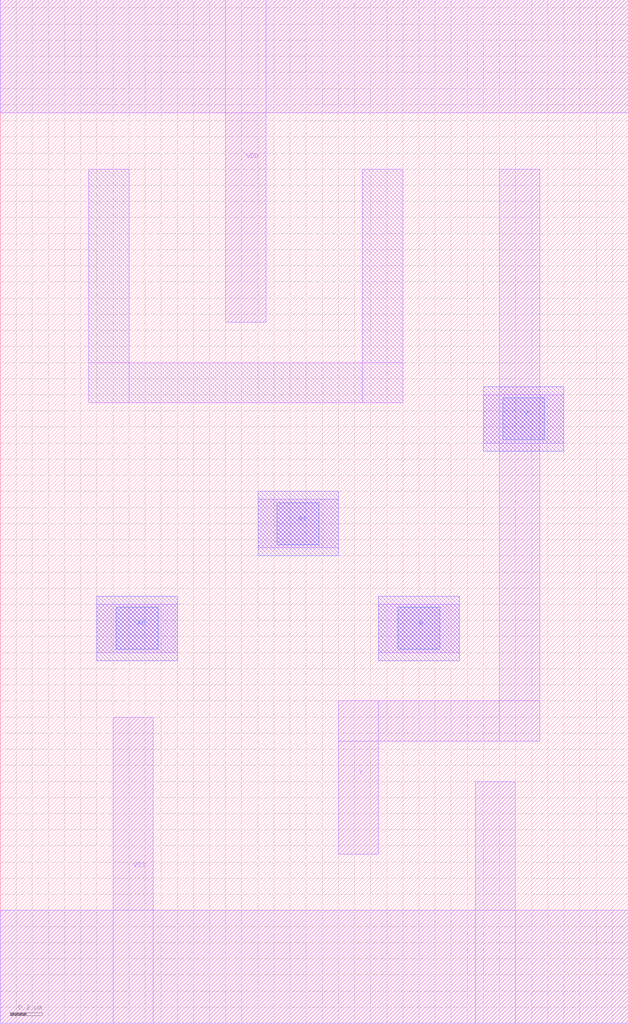
<source format=lef>
# Copyright 2022 Google LLC
# Licensed under the Apache License, Version 2.0 (the "License");
# you may not use this file except in compliance with the License.
# You may obtain a copy of the License at
#
#      http://www.apache.org/licenses/LICENSE-2.0
#
# Unless required by applicable law or agreed to in writing, software
# distributed under the License is distributed on an "AS IS" BASIS,
# WITHOUT WARRANTIES OR CONDITIONS OF ANY KIND, either express or implied.
# See the License for the specific language governing permissions and
# limitations under the License.
VERSION 5.7 ;
BUSBITCHARS "[]" ;
DIVIDERCHAR "/" ;

MACRO gf180mcu_osu_sc_gp9t3v3__aoi21_1
  CLASS CORE ;
  ORIGIN 0 0 ;
  FOREIGN gf180mcu_osu_sc_gp9t3v3__aoi21_1 0 0 ;
  SIZE 3.9 BY 6.35 ;
  SYMMETRY X Y ;
  SITE gf180mcu_osu_sc_gp9t3v3 ;
  PIN VDD
    DIRECTION INOUT ;
    USE POWER ;
    SHAPE ABUTMENT ;
    PORT
      LAYER Metal1 ;
        RECT 0 5.65 3.9 6.35 ;
        RECT 1.4 4.35 1.65 6.35 ;
    END
  END VDD
  PIN VSS
    DIRECTION INOUT ;
    USE GROUND ;
    SHAPE ABUTMENT ;
    PORT
      LAYER Metal1 ;
        RECT 0 0 3.9 0.7 ;
        RECT 2.95 0 3.2 1.5 ;
        RECT 0.7 0 0.95 1.9 ;
    END
  END VSS
  PIN A0
    DIRECTION INPUT ;
    USE SIGNAL ;
    PORT
      LAYER Metal1 ;
        RECT 0.6 2.3 1.1 2.6 ;
      LAYER Metal2 ;
        RECT 0.6 2.25 1.1 2.65 ;
      LAYER Via1 ;
        RECT 0.72 2.32 0.98 2.58 ;
    END
  END A0
  PIN A1
    DIRECTION INPUT ;
    USE SIGNAL ;
    PORT
      LAYER Metal1 ;
        RECT 1.6 2.95 2.1 3.25 ;
      LAYER Metal2 ;
        RECT 1.6 2.9 2.1 3.3 ;
      LAYER Via1 ;
        RECT 1.72 2.97 1.98 3.23 ;
    END
  END A1
  PIN B
    DIRECTION INPUT ;
    USE SIGNAL ;
    PORT
      LAYER Metal1 ;
        RECT 2.35 2.3 2.85 2.6 ;
      LAYER Metal2 ;
        RECT 2.35 2.25 2.85 2.65 ;
      LAYER Via1 ;
        RECT 2.47 2.32 2.73 2.58 ;
    END
  END B
  PIN Y
    DIRECTION OUTPUT ;
    USE SIGNAL ;
    PORT
      LAYER Metal1 ;
        RECT 3 3.6 3.5 3.9 ;
        RECT 3.1 1.75 3.35 5.3 ;
        RECT 2.1 1.75 3.35 2 ;
        RECT 2.1 1.05 2.35 2 ;
      LAYER Metal2 ;
        RECT 3 3.55 3.5 3.95 ;
      LAYER Via1 ;
        RECT 3.12 3.62 3.38 3.88 ;
    END
  END Y
  OBS
    LAYER Metal1 ;
      RECT 2.25 3.85 2.5 5.3 ;
      RECT 0.55 3.85 0.8 5.3 ;
      RECT 0.55 3.85 2.5 4.1 ;
  END
END gf180mcu_osu_sc_gp9t3v3__aoi21_1

</source>
